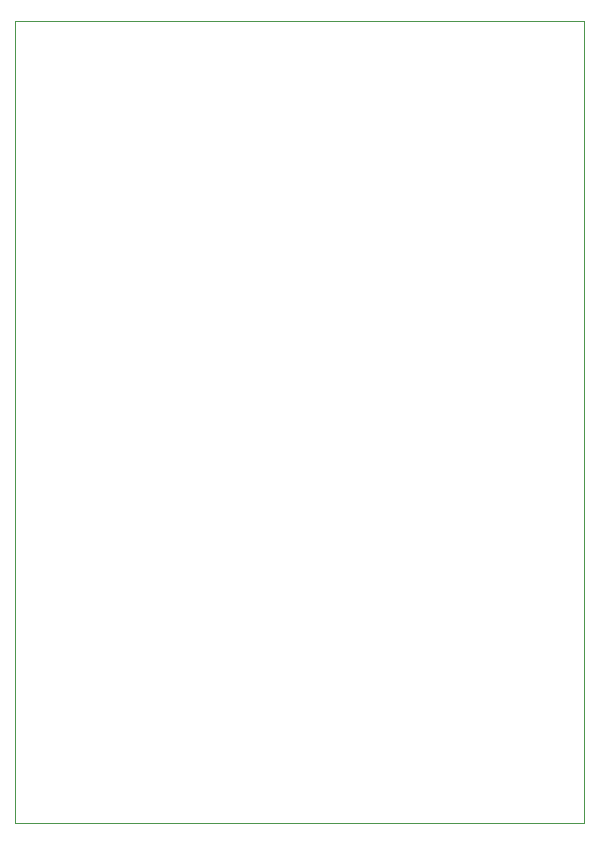
<source format=gm1>
G04 #@! TF.GenerationSoftware,KiCad,Pcbnew,7.0.7*
G04 #@! TF.CreationDate,2023-09-08T10:26:21-07:00*
G04 #@! TF.ProjectId,TailLights,5461696c-4c69-4676-9874-732e6b696361,rev?*
G04 #@! TF.SameCoordinates,Original*
G04 #@! TF.FileFunction,Profile,NP*
%FSLAX46Y46*%
G04 Gerber Fmt 4.6, Leading zero omitted, Abs format (unit mm)*
G04 Created by KiCad (PCBNEW 7.0.7) date 2023-09-08 10:26:21*
%MOMM*%
%LPD*%
G01*
G04 APERTURE LIST*
G04 #@! TA.AperFunction,Profile*
%ADD10C,0.100000*%
G04 #@! TD*
G04 APERTURE END LIST*
D10*
X52730400Y-29514800D02*
X100939600Y-29514800D01*
X100939600Y-97485200D01*
X52730400Y-97485200D01*
X52730400Y-29514800D01*
M02*

</source>
